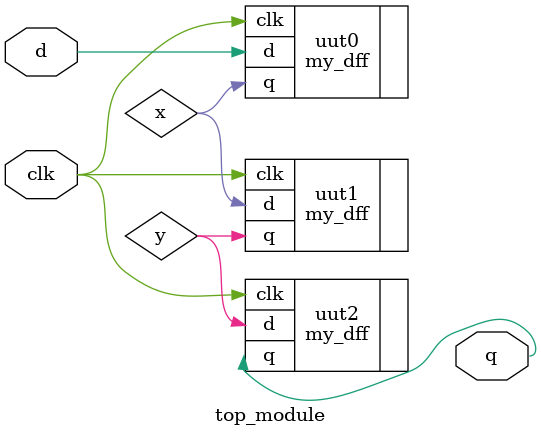
<source format=v>
module top_module ( input clk, input d, output q );
    wire x,y;
    my_dff uut0(.clk(clk),.d(d),.q(x));
    my_dff uut1(.clk(clk),.d(x),.q(y));
    my_dff uut2(.clk(clk),.d(y),.q(q));
endmodule

</source>
